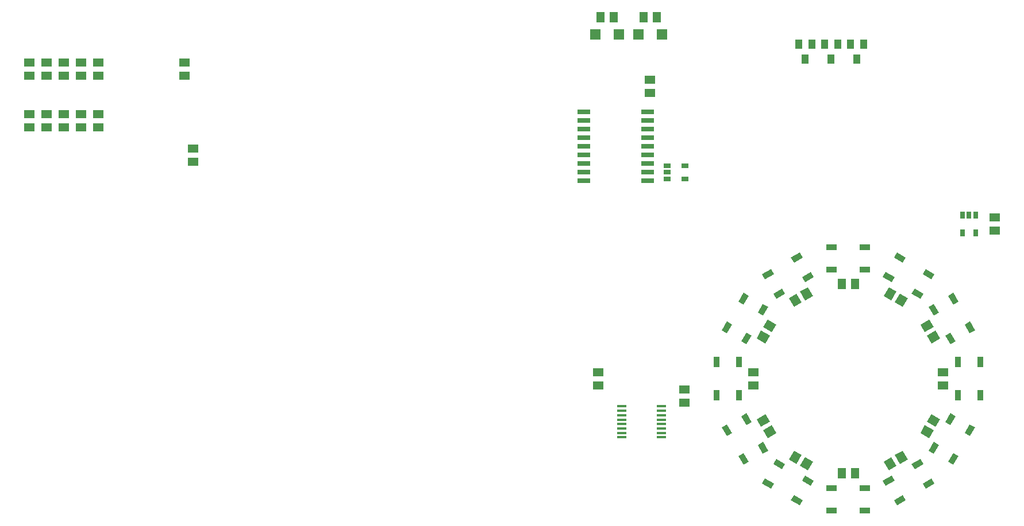
<source format=gtp>
G75*
%MOIN*%
%OFA0B0*%
%FSLAX25Y25*%
%IPPOS*%
%LPD*%
%AMOC8*
5,1,8,0,0,1.08239X$1,22.5*
%
%ADD10R,0.05906X0.05906*%
%ADD11R,0.05118X0.05906*%
%ADD12R,0.03937X0.05512*%
%ADD13R,0.02717X0.03898*%
%ADD14R,0.07283X0.02559*%
%ADD15R,0.05906X0.05118*%
%ADD16R,0.05807X0.01772*%
%ADD17R,0.03898X0.02717*%
%ADD18R,0.03543X0.05906*%
%ADD19R,0.05906X0.03543*%
D10*
X0633110Y0290000D03*
X0646890Y0290000D03*
X0658110Y0290000D03*
X0671890Y0290000D03*
D11*
X0668740Y0300000D03*
X0661260Y0300000D03*
X0643740Y0300000D03*
X0636260Y0300000D03*
X0776260Y0145000D03*
X0783740Y0145000D03*
G36*
X0803522Y0143206D02*
X0807953Y0140647D01*
X0805000Y0135534D01*
X0800569Y0138093D01*
X0803522Y0143206D01*
G37*
G36*
X0810000Y0139466D02*
X0814431Y0136907D01*
X0811478Y0131794D01*
X0807047Y0134353D01*
X0810000Y0139466D01*
G37*
G36*
X0826907Y0124431D02*
X0829466Y0120000D01*
X0824353Y0117047D01*
X0821794Y0121478D01*
X0826907Y0124431D01*
G37*
G36*
X0830647Y0117953D02*
X0833206Y0113522D01*
X0828093Y0110569D01*
X0825534Y0115000D01*
X0830647Y0117953D01*
G37*
G36*
X0752047Y0140647D02*
X0756478Y0143206D01*
X0759431Y0138093D01*
X0755000Y0135534D01*
X0752047Y0140647D01*
G37*
G36*
X0745569Y0136907D02*
X0750000Y0139466D01*
X0752953Y0134353D01*
X0748522Y0131794D01*
X0745569Y0136907D01*
G37*
G36*
X0730534Y0120000D02*
X0733093Y0124431D01*
X0738206Y0121478D01*
X0735647Y0117047D01*
X0730534Y0120000D01*
G37*
G36*
X0726794Y0113522D02*
X0729353Y0117953D01*
X0734466Y0115000D01*
X0731907Y0110569D01*
X0726794Y0113522D01*
G37*
G36*
X0729353Y0062047D02*
X0726794Y0066478D01*
X0731907Y0069431D01*
X0734466Y0065000D01*
X0729353Y0062047D01*
G37*
G36*
X0733093Y0055569D02*
X0730534Y0060000D01*
X0735647Y0062953D01*
X0738206Y0058522D01*
X0733093Y0055569D01*
G37*
G36*
X0750000Y0040534D02*
X0745569Y0043093D01*
X0748522Y0048206D01*
X0752953Y0045647D01*
X0750000Y0040534D01*
G37*
G36*
X0756478Y0036794D02*
X0752047Y0039353D01*
X0755000Y0044466D01*
X0759431Y0041907D01*
X0756478Y0036794D01*
G37*
X0776260Y0035000D03*
X0783740Y0035000D03*
G36*
X0807953Y0039353D02*
X0803522Y0036794D01*
X0800569Y0041907D01*
X0805000Y0044466D01*
X0807953Y0039353D01*
G37*
G36*
X0814431Y0043093D02*
X0810000Y0040534D01*
X0807047Y0045647D01*
X0811478Y0048206D01*
X0814431Y0043093D01*
G37*
G36*
X0829466Y0060000D02*
X0826907Y0055569D01*
X0821794Y0058522D01*
X0824353Y0062953D01*
X0829466Y0060000D01*
G37*
G36*
X0833206Y0066478D02*
X0830647Y0062047D01*
X0825534Y0065000D01*
X0828093Y0069431D01*
X0833206Y0066478D01*
G37*
D12*
X0785000Y0275669D03*
X0770000Y0275669D03*
X0766260Y0284331D03*
X0773740Y0284331D03*
X0781260Y0284331D03*
X0788740Y0284331D03*
X0758740Y0284331D03*
X0751260Y0284331D03*
X0755000Y0275669D03*
D13*
X0846260Y0185079D03*
X0850000Y0185079D03*
X0853740Y0185079D03*
X0853740Y0174882D03*
X0846260Y0174882D03*
D14*
X0663406Y0205000D03*
X0663406Y0210000D03*
X0663406Y0215000D03*
X0663406Y0220000D03*
X0663406Y0225000D03*
X0663406Y0230000D03*
X0663406Y0235000D03*
X0663406Y0240000D03*
X0663406Y0245000D03*
X0626594Y0245000D03*
X0626594Y0240000D03*
X0626594Y0235000D03*
X0626594Y0230000D03*
X0626594Y0225000D03*
X0626594Y0220000D03*
X0626594Y0215000D03*
X0626594Y0210000D03*
X0626594Y0205000D03*
D15*
X0400000Y0216260D03*
X0400000Y0223740D03*
X0345000Y0236260D03*
X0335000Y0236260D03*
X0325000Y0236260D03*
X0315000Y0236260D03*
X0305000Y0236260D03*
X0305000Y0243740D03*
X0315000Y0243740D03*
X0325000Y0243740D03*
X0335000Y0243740D03*
X0345000Y0243740D03*
X0345000Y0266260D03*
X0335000Y0266260D03*
X0325000Y0266260D03*
X0315000Y0266260D03*
X0305000Y0266260D03*
X0305000Y0273740D03*
X0315000Y0273740D03*
X0325000Y0273740D03*
X0335000Y0273740D03*
X0345000Y0273740D03*
X0395000Y0273740D03*
X0395000Y0266260D03*
X0665000Y0263740D03*
X0665000Y0256260D03*
X0865000Y0183740D03*
X0865000Y0176260D03*
X0835000Y0093740D03*
X0835000Y0086260D03*
X0725000Y0086260D03*
X0725000Y0093740D03*
X0685000Y0083740D03*
X0685000Y0076260D03*
X0635000Y0086260D03*
X0635000Y0093740D03*
D16*
X0648433Y0073957D03*
X0648433Y0071398D03*
X0648433Y0068839D03*
X0648433Y0066280D03*
X0648433Y0063720D03*
X0648433Y0061161D03*
X0648433Y0058602D03*
X0648433Y0056043D03*
X0671567Y0056043D03*
X0671567Y0058602D03*
X0671567Y0061161D03*
X0671567Y0063720D03*
X0671567Y0066280D03*
X0671567Y0068839D03*
X0671567Y0071398D03*
X0671567Y0073957D03*
D17*
X0674921Y0206260D03*
X0674921Y0210000D03*
X0674921Y0213740D03*
X0685118Y0213740D03*
X0685118Y0206260D03*
D18*
X0703504Y0099646D03*
X0716496Y0099646D03*
X0716496Y0080354D03*
X0703504Y0080354D03*
X0843504Y0080354D03*
X0856496Y0080354D03*
X0856496Y0099646D03*
X0843504Y0099646D03*
D19*
G36*
X0839254Y0116841D02*
X0842207Y0111728D01*
X0839140Y0109957D01*
X0836187Y0115070D01*
X0839254Y0116841D01*
G37*
G36*
X0850506Y0123337D02*
X0853459Y0118224D01*
X0850392Y0116453D01*
X0847439Y0121566D01*
X0850506Y0123337D01*
G37*
G36*
X0829608Y0133547D02*
X0832561Y0128434D01*
X0829494Y0126663D01*
X0826541Y0131776D01*
X0829608Y0133547D01*
G37*
G36*
X0818434Y0142561D02*
X0823547Y0139608D01*
X0821776Y0136541D01*
X0816663Y0139494D01*
X0818434Y0142561D01*
G37*
G36*
X0824930Y0153813D02*
X0830043Y0150860D01*
X0828272Y0147793D01*
X0823159Y0150746D01*
X0824930Y0153813D01*
G37*
G36*
X0808224Y0163459D02*
X0813337Y0160506D01*
X0811566Y0157439D01*
X0806453Y0160392D01*
X0808224Y0163459D01*
G37*
X0789646Y0166496D03*
X0770354Y0166496D03*
G36*
X0746663Y0160506D02*
X0751776Y0163459D01*
X0753547Y0160392D01*
X0748434Y0157439D01*
X0746663Y0160506D01*
G37*
G36*
X0729957Y0150860D02*
X0735070Y0153813D01*
X0736841Y0150746D01*
X0731728Y0147793D01*
X0729957Y0150860D01*
G37*
G36*
X0753159Y0149254D02*
X0758272Y0152207D01*
X0760043Y0149140D01*
X0754930Y0146187D01*
X0753159Y0149254D01*
G37*
G36*
X0736453Y0139608D02*
X0741566Y0142561D01*
X0743337Y0139494D01*
X0738224Y0136541D01*
X0736453Y0139608D01*
G37*
G36*
X0716187Y0134930D02*
X0719140Y0140043D01*
X0722207Y0138272D01*
X0719254Y0133159D01*
X0716187Y0134930D01*
G37*
G36*
X0727439Y0128434D02*
X0730392Y0133547D01*
X0733459Y0131776D01*
X0730506Y0126663D01*
X0727439Y0128434D01*
G37*
G36*
X0706541Y0118224D02*
X0709494Y0123337D01*
X0712561Y0121566D01*
X0709608Y0116453D01*
X0706541Y0118224D01*
G37*
G36*
X0717793Y0111728D02*
X0720746Y0116841D01*
X0723813Y0115070D01*
X0720860Y0109957D01*
X0717793Y0111728D01*
G37*
G36*
X0720746Y0063159D02*
X0717793Y0068272D01*
X0720860Y0070043D01*
X0723813Y0064930D01*
X0720746Y0063159D01*
G37*
G36*
X0709494Y0056663D02*
X0706541Y0061776D01*
X0709608Y0063547D01*
X0712561Y0058434D01*
X0709494Y0056663D01*
G37*
G36*
X0730392Y0046453D02*
X0727439Y0051566D01*
X0730506Y0053337D01*
X0733459Y0048224D01*
X0730392Y0046453D01*
G37*
G36*
X0741566Y0037439D02*
X0736453Y0040392D01*
X0738224Y0043459D01*
X0743337Y0040506D01*
X0741566Y0037439D01*
G37*
G36*
X0735070Y0026187D02*
X0729957Y0029140D01*
X0731728Y0032207D01*
X0736841Y0029254D01*
X0735070Y0026187D01*
G37*
G36*
X0751776Y0016541D02*
X0746663Y0019494D01*
X0748434Y0022561D01*
X0753547Y0019608D01*
X0751776Y0016541D01*
G37*
X0770354Y0013504D03*
X0789646Y0013504D03*
G36*
X0813337Y0019494D02*
X0808224Y0016541D01*
X0806453Y0019608D01*
X0811566Y0022561D01*
X0813337Y0019494D01*
G37*
G36*
X0806841Y0030746D02*
X0801728Y0027793D01*
X0799957Y0030860D01*
X0805070Y0033813D01*
X0806841Y0030746D01*
G37*
X0789646Y0026496D03*
X0770354Y0026496D03*
G36*
X0758272Y0027793D02*
X0753159Y0030746D01*
X0754930Y0033813D01*
X0760043Y0030860D01*
X0758272Y0027793D01*
G37*
G36*
X0719140Y0039957D02*
X0716187Y0045070D01*
X0719254Y0046841D01*
X0722207Y0041728D01*
X0719140Y0039957D01*
G37*
G36*
X0823547Y0040392D02*
X0818434Y0037439D01*
X0816663Y0040506D01*
X0821776Y0043459D01*
X0823547Y0040392D01*
G37*
G36*
X0832561Y0051566D02*
X0829608Y0046453D01*
X0826541Y0048224D01*
X0829494Y0053337D01*
X0832561Y0051566D01*
G37*
G36*
X0843813Y0045070D02*
X0840860Y0039957D01*
X0837793Y0041728D01*
X0840746Y0046841D01*
X0843813Y0045070D01*
G37*
G36*
X0853459Y0061776D02*
X0850506Y0056663D01*
X0847439Y0058434D01*
X0850392Y0063547D01*
X0853459Y0061776D01*
G37*
G36*
X0842207Y0068272D02*
X0839254Y0063159D01*
X0836187Y0064930D01*
X0839140Y0070043D01*
X0842207Y0068272D01*
G37*
G36*
X0830043Y0029140D02*
X0824930Y0026187D01*
X0823159Y0029254D01*
X0828272Y0032207D01*
X0830043Y0029140D01*
G37*
G36*
X0840860Y0140043D02*
X0843813Y0134930D01*
X0840746Y0133159D01*
X0837793Y0138272D01*
X0840860Y0140043D01*
G37*
G36*
X0801728Y0152207D02*
X0806841Y0149254D01*
X0805070Y0146187D01*
X0799957Y0149140D01*
X0801728Y0152207D01*
G37*
X0789646Y0153504D03*
X0770354Y0153504D03*
M02*

</source>
